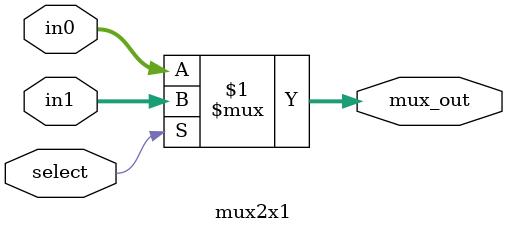
<source format=v>
module mux2x1(	// file.cleaned.mlir:2:3
  input  [6:0] in0,	// file.cleaned.mlir:2:24
               in1,	// file.cleaned.mlir:2:38
  input        select,	// file.cleaned.mlir:2:52
  output [6:0] mux_out	// file.cleaned.mlir:2:70
);

  assign mux_out = select ? in1 : in0;	// file.cleaned.mlir:3:10, :4:5
endmodule


</source>
